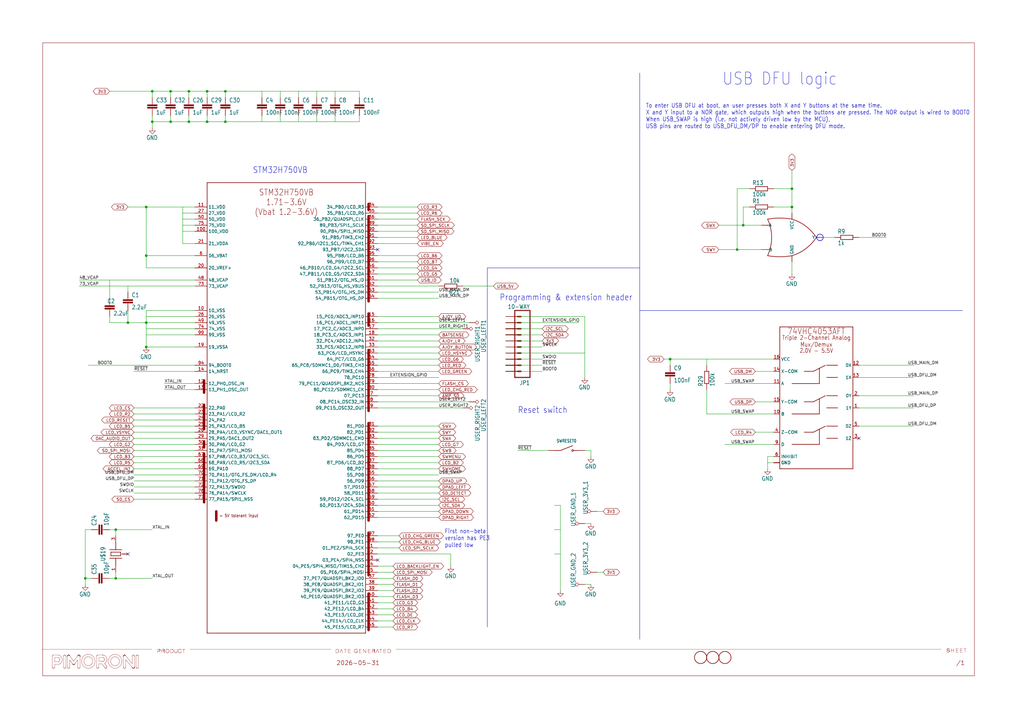
<source format=kicad_sch>
(kicad_sch (version 20230121) (generator eeschema)
  (paper "User" 426.949 302.158)
  (lib_symbols
    (symbol "32blit-eagle-import:10-WAY"
      (property "Reference" "JP" (at 0 8.89 0))
      (symbol "10-WAY_1_0"
        (pin passive line (at 10.16 -17.78 180) (length 5.08) (name "1") (number "A1"))
        (pin passive line (at 10.16 5.08 180) (length 5.08) (name "10") (number "A10"))
        (pin passive line (at 10.16 -15.24 180) (length 5.08) (name "2") (number "A2"))
        (pin passive line (at 10.16 -12.7 180) (length 5.08) (name "3") (number "A3"))
        (pin passive line (at 10.16 -10.16 180) (length 5.08) (name "4") (number "A4"))
        (pin passive line (at 10.16 -7.62 180) (length 5.08) (name "5") (number "A5"))
        (pin passive line (at 10.16 -5.08 180) (length 5.08) (name "6") (number "A6"))
        (pin passive line (at 10.16 -2.54 180) (length 5.08) (name "7") (number "A7"))
        (pin passive line (at 10.16 0 180) (length 5.08) (name "8") (number "A8"))
        (pin passive line (at 10.16 2.54 180) (length 5.08) (name "9") (number "A9"))
        (pin passive line (at 10.16 -17.78 180) (length 5.08) (name "1") (number "B1"))
        (pin passive line (at 10.16 5.08 180) (length 5.08) (name "10") (number "B10"))
        (pin passive line (at 10.16 -15.24 180) (length 5.08) (name "2") (number "B2"))
        (pin passive line (at 10.16 -12.7 180) (length 5.08) (name "3") (number "B3"))
        (pin passive line (at 10.16 -10.16 180) (length 5.08) (name "4") (number "B4"))
        (pin passive line (at 10.16 -7.62 180) (length 5.08) (name "5") (number "B5"))
        (pin passive line (at 10.16 -5.08 180) (length 5.08) (name "6") (number "B6"))
        (pin passive line (at 10.16 -2.54 180) (length 5.08) (name "7") (number "B7"))
        (pin passive line (at 10.16 0 180) (length 5.08) (name "8") (number "B8"))
        (pin passive line (at 10.16 2.54 180) (length 5.08) (name "9") (number "B9"))
      )
    )
    (symbol "32blit-eagle-import:74VHC4053AFT"
      (symbol "74VHC4053AFT_1_0"
        (text "2.0V - 5.5V" (at 0 15.24 0) (effects (font (size 1.778 1.5113)) (justify bottom)))
        (text "74VHC4053AFT" (at 0 22.86 0) (effects (font (size 2.54 2.159)) (justify bottom)))
        (text "Triple 2-Channel Analog\nMux/Demux" (at 0 17.78 0) (effects (font (size 1.778 1.5113)) (justify bottom)))
        (pin bidirectional line (at 17.78 -7.62 180) (length 2.54) (name "1Y") (number "1"))
        (pin bidirectional line (at -17.78 -10.16 0) (length 2.54) (name "B") (number "10"))
        (pin bidirectional line (at -17.78 2.54 0) (length 2.54) (name "A") (number "11"))
        (pin bidirectional line (at 17.78 10.16 180) (length 2.54) (name "0X") (number "12"))
        (pin bidirectional line (at 17.78 5.08 180) (length 2.54) (name "1X") (number "13"))
        (pin bidirectional line (at -17.78 7.62 0) (length 2.54) (name "X-COM") (number "14"))
        (pin bidirectional line (at -17.78 -5.08 0) (length 2.54) (name "Y-COM") (number "15"))
        (pin bidirectional line (at -17.78 12.7 0) (length 2.54) (name "VCC") (number "16"))
        (pin bidirectional line (at 17.78 -2.54 180) (length 2.54) (name "0Y") (number "2"))
        (pin bidirectional line (at 17.78 -20.32 180) (length 2.54) (name "1Z") (number "3"))
        (pin bidirectional line (at -17.78 -17.78 0) (length 2.54) (name "Z-COM") (number "4"))
        (pin bidirectional line (at 17.78 -15.24 180) (length 2.54) (name "0Z") (number "5"))
        (pin bidirectional line (at -17.78 -27.94 0) (length 2.54) (name "INHIBIT") (number "6"))
        (pin bidirectional line (at -17.78 -30.48 0) (length 2.54) (name "GND") (number "7"))
        (pin bidirectional line (at -17.78 -30.48 0) (length 2.54) (name "GND") (number "8"))
        (pin bidirectional line (at -17.78 -22.86 0) (length 2.54) (name "D") (number "9"))
      )
    )
    (symbol "32blit-eagle-import:C-EUC0603"
      (property "Reference" "C" (at 1.524 0.381 0))
      (symbol "C-EUC0603_1_0"
        (pin passive line (at 0 2.54 270) (length 2.54) (name "1") (number "1"))
        (pin passive line (at 0 -5.08 90) (length 2.54) (name "2") (number "2"))
      )
    )
    (symbol "32blit-eagle-import:DINA3_PIM_L"
      (symbol "DINA3_PIM_L_1_0"
        (text "${#}/${##}" (at 384.574 4.318 0) (effects (font (size 1.778 1.778)) (justify right bottom)))
        (text "${CURRENT_DATE}" (at 122.428 4.318 0) (effects (font (size 1.778 1.778)) (justify left bottom)))
        (text "${PROJECTNAME}" (at 48.006 4.318 0) (effects (font (size 1.778 1.778)) (justify left bottom)))
      )
    )
    (symbol "32blit-eagle-import:FIDUCIAL1MM")
    (symbol "32blit-eagle-import:R-EU_R0603"
      (property "Reference" "R" (at 0 1.2446 0))
      (symbol "R-EU_R0603_1_0"
        (pin passive line (at -5.08 0 0) (length 2.54) (name "1") (number "1"))
        (pin passive line (at 5.08 0 180) (length 2.54) (name "2") (number "2"))
      )
    )
    (symbol "32blit-eagle-import:SN74AHC1G02"
      (symbol "SN74AHC1G02_1_0"
        (pin bidirectional line (at -22.86 10.16 0) (length 2.54) (name "A") (number "1"))
        (pin bidirectional line (at -22.86 0 0) (length 2.54) (name "B") (number "2"))
        (pin bidirectional line (at -10.16 -5.08 90) (length 2.54) (name "GND") (number "3"))
        (pin bidirectional line (at 2.54 5.08 180) (length 2.54) (name "Y") (number "4"))
        (pin bidirectional line (at -10.16 15.24 270) (length 2.54) (name "VCC") (number "5"))
      )
    )
    (symbol "32blit-eagle-import:STM32H750VB"
      (symbol "STM32H750VB_1_0"
        (text "= 5V tolerant input" (at -27.94 -66.04 0) (effects (font (size 1.27 1.0795)) (justify left bottom)))
        (text "STM32H750VB\n1.71-3.6V\n(Vbat 1.2-3.6V)" (at 0 71.12 0) (effects (font (size 2.54 2.159)) (justify top)))
        (pin bidirectional line (at 38.1 -78.74 180) (length 5.08) (name "01_PE2/SPI4_SCK") (number "1"))
        (pin bidirectional line (at -38.1 20.32 0) (length 5.08) (name "10_VSS") (number "10"))
        (pin bidirectional line (at -38.1 53.34 0) (length 5.08) (name "100_VDD") (number "100"))
        (pin bidirectional line (at -38.1 63.5 0) (length 5.08) (name "11_VDD") (number "11"))
        (pin bidirectional line (at -38.1 -10.16 0) (length 5.08) (name "12_PH0_OSC_IN") (number "12"))
        (pin bidirectional line (at -38.1 -12.7 0) (length 5.08) (name "13_PH1_OSC_OUT") (number "13"))
        (pin bidirectional line (at -38.1 -5.08 0) (length 5.08) (name "14_NRST") (number "14"))
        (pin bidirectional line (at 38.1 17.78 180) (length 5.08) (name "15_PC0/ADC3_INP10") (number "15"))
        (pin bidirectional line (at 38.1 15.24 180) (length 5.08) (name "16_PC1/ADC1_INP11") (number "16"))
        (pin bidirectional line (at 38.1 12.7 180) (length 5.08) (name "17_PC2_C/ADC3_INP0") (number "17"))
        (pin bidirectional line (at 38.1 10.16 180) (length 5.08) (name "18_PC3_C/ADC3_INP1") (number "18"))
        (pin bidirectional line (at -38.1 5.08 0) (length 5.08) (name "19_VSSA") (number "19"))
        (pin bidirectional line (at 38.1 -81.28 180) (length 5.08) (name "02_PE3") (number "2"))
        (pin bidirectional line (at -38.1 38.1 0) (length 5.08) (name "20_VREF+") (number "20"))
        (pin bidirectional line (at -38.1 48.26 0) (length 5.08) (name "21_VDDA") (number "21"))
        (pin bidirectional line (at -38.1 -20.32 0) (length 5.08) (name "22_PA0") (number "22"))
        (pin bidirectional line (at -38.1 -22.86 0) (length 5.08) (name "23_PA1/LCD_R2") (number "23"))
        (pin bidirectional line (at -38.1 -25.4 0) (length 5.08) (name "24_PA2") (number "24"))
        (pin bidirectional line (at -38.1 -27.94 0) (length 5.08) (name "25_PA3/LCD_B5") (number "25"))
        (pin bidirectional line (at -38.1 17.78 0) (length 5.08) (name "26_VSS") (number "26"))
        (pin bidirectional line (at -38.1 60.96 0) (length 5.08) (name "27_VDD") (number "27"))
        (pin bidirectional line (at -38.1 -30.48 0) (length 5.08) (name "28_PA4/LCD_VSYNC/DAC1_OUT1") (number "28"))
        (pin bidirectional line (at -38.1 -33.02 0) (length 5.08) (name "29_PA5/DAC1_OUT2") (number "29"))
        (pin bidirectional line (at 38.1 -83.82 180) (length 5.08) (name "03_PE4/SPI4_NSS") (number "3"))
        (pin bidirectional line (at -38.1 -35.56 0) (length 5.08) (name "30_PA6/LCD_G2") (number "30"))
        (pin bidirectional line (at -38.1 -38.1 0) (length 5.08) (name "31_PA7/SPI1_MOSI") (number "31"))
        (pin bidirectional line (at 38.1 7.62 180) (length 5.08) (name "32_PC4/ADC12_INP4") (number "32"))
        (pin bidirectional line (at 38.1 5.08 180) (length 5.08) (name "33_PC5/ADC12_INP8") (number "33"))
        (pin bidirectional line (at 38.1 63.5 180) (length 5.08) (name "34_PB0/LCD_R3") (number "34"))
        (pin bidirectional line (at 38.1 60.96 180) (length 5.08) (name "35_PB1/LCD_R6") (number "35"))
        (pin bidirectional line (at 38.1 58.42 180) (length 5.08) (name "36_PB2/QUADSPI_CLK") (number "36"))
        (pin bidirectional line (at 38.1 -91.44 180) (length 5.08) (name "37_PE7/QUADSPI_BK2_IO0") (number "37"))
        (pin bidirectional line (at 38.1 -93.98 180) (length 5.08) (name "38_PE8/QUADSPI_BK2_IO1") (number "38"))
        (pin bidirectional line (at 38.1 -96.52 180) (length 5.08) (name "39_PE9/QUADSPI_BK2_IO2") (number "39"))
        (pin bidirectional line (at 38.1 -86.36 180) (length 5.08) (name "04_PE5/SPI4_MISO/TIM15_CH2") (number "4"))
        (pin bidirectional line (at 38.1 -99.06 180) (length 5.08) (name "40_PE10/QUADSPI_BK2_IO3") (number "40"))
        (pin bidirectional line (at 38.1 -101.6 180) (length 5.08) (name "41_PE11/LCD_G3") (number "41"))
        (pin bidirectional line (at 38.1 -104.14 180) (length 5.08) (name "42_PE12/LCD_B4") (number "42"))
        (pin bidirectional line (at 38.1 -106.68 180) (length 5.08) (name "43_PE13/LCD_DE") (number "43"))
        (pin bidirectional line (at 38.1 -109.22 180) (length 5.08) (name "44_PE14/LCD_CLK") (number "44"))
        (pin bidirectional line (at 38.1 -111.76 180) (length 5.08) (name "45_PE15/LCD_R7") (number "45"))
        (pin bidirectional line (at 38.1 38.1 180) (length 5.08) (name "46_PB10/LCD_G4/I2C2_SCL") (number "46"))
        (pin bidirectional line (at 38.1 35.56 180) (length 5.08) (name "47_PB11/LCD_G5/I2C2_SDA") (number "47"))
        (pin bidirectional line (at -38.1 33.02 0) (length 5.08) (name "48_VCAP") (number "48"))
        (pin bidirectional line (at -38.1 15.24 0) (length 5.08) (name "49_VSS") (number "49"))
        (pin bidirectional line (at 38.1 -88.9 180) (length 5.08) (name "05_PE6/SPI4_MOSI") (number "5"))
        (pin bidirectional line (at -38.1 58.42 0) (length 5.08) (name "50_VDD") (number "50"))
        (pin bidirectional line (at 38.1 33.02 180) (length 5.08) (name "51_PB12/OTG_HS_ID") (number "51"))
        (pin bidirectional line (at 38.1 30.48 180) (length 5.08) (name "52_PB13/OTG_HS_VBUS") (number "52"))
        (pin bidirectional line (at 38.1 27.94 180) (length 5.08) (name "53_PB14/OTG_HS_DM") (number "53"))
        (pin bidirectional line (at 38.1 25.4 180) (length 5.08) (name "54_PB15/OTG_HS_DP") (number "54"))
        (pin bidirectional line (at 38.1 -48.26 180) (length 5.08) (name "55_PD8") (number "55"))
        (pin bidirectional line (at 38.1 -50.8 180) (length 5.08) (name "56_PD9") (number "56"))
        (pin bidirectional line (at 38.1 -53.34 180) (length 5.08) (name "57_PD10") (number "57"))
        (pin bidirectional line (at 38.1 -55.88 180) (length 5.08) (name "58_PD11") (number "58"))
        (pin bidirectional line (at 38.1 -58.42 180) (length 5.08) (name "59_PD12/I2C4_SCL") (number "59"))
        (pin bidirectional line (at -38.1 43.18 0) (length 5.08) (name "06_VBAT") (number "6"))
        (pin bidirectional line (at 38.1 -60.96 180) (length 5.08) (name "60_PD13/I2C4_SDA") (number "60"))
        (pin bidirectional line (at 38.1 -63.5 180) (length 5.08) (name "61_PD14") (number "61"))
        (pin bidirectional line (at 38.1 -66.04 180) (length 5.08) (name "62_PD15") (number "62"))
        (pin bidirectional line (at 38.1 2.54 180) (length 5.08) (name "63_PC6/LCD_HSYNC") (number "63"))
        (pin bidirectional line (at 38.1 0 180) (length 5.08) (name "64_PC7/LCD_G6") (number "64"))
        (pin bidirectional line (at 38.1 -2.54 180) (length 5.08) (name "65_PC8/SDMMC1_D0/TIM3_CH3") (number "65"))
        (pin bidirectional line (at 38.1 -5.08 180) (length 5.08) (name "66_PC9/TIM3_CH4") (number "66"))
        (pin bidirectional line (at -38.1 -40.64 0) (length 5.08) (name "67_PA8/LCD_B3/I2C3_SCL") (number "67"))
        (pin bidirectional line (at -38.1 -43.18 0) (length 5.08) (name "68_PA9/LCD_R5/I2C3_SDA") (number "68"))
        (pin bidirectional line (at -38.1 -45.72 0) (length 5.08) (name "69_PA10") (number "69"))
        (pin bidirectional line (at 38.1 -15.24 180) (length 5.08) (name "07_PC13") (number "7"))
        (pin bidirectional line (at -38.1 -48.26 0) (length 5.08) (name "70_PA11/OTG_FS_DM/LCD_R4") (number "70"))
        (pin bidirectional line (at -38.1 -50.8 0) (length 5.08) (name "71_PA12/OTG_FS_DP") (number "71"))
        (pin bidirectional line (at -38.1 -53.34 0) (length 5.08) (name "72_PA13/SWDIO") (number "72"))
        (pin bidirectional line (at -38.1 30.48 0) (length 5.08) (name "73_VCAP") (number "73"))
        (pin bidirectional line (at -38.1 12.7 0) (length 5.08) (name "74_VSS") (number "74"))
        (pin bidirectional line (at -38.1 55.88 0) (length 5.08) (name "75_VDD") (number "75"))
        (pin bidirectional line (at -38.1 -55.88 0) (length 5.08) (name "76_PA14/SWCLK") (number "76"))
        (pin bidirectional line (at -38.1 -58.42 0) (length 5.08) (name "77_PA15/SPI1_NSS") (number "77"))
        (pin bidirectional line (at 38.1 -7.62 180) (length 5.08) (name "78_PC10") (number "78"))
        (pin bidirectional line (at 38.1 -10.16 180) (length 5.08) (name "79_PC11/QUADSPI_BK2_NCS") (number "79"))
        (pin bidirectional line (at 38.1 -17.78 180) (length 5.08) (name "08_PC14_OSC32_IN") (number "8"))
        (pin bidirectional line (at 38.1 -12.7 180) (length 5.08) (name "80_PC12/SDMMC1_CK") (number "80"))
        (pin bidirectional line (at 38.1 -27.94 180) (length 5.08) (name "81_PD0") (number "81"))
        (pin bidirectional line (at 38.1 -30.48 180) (length 5.08) (name "82_PD1") (number "82"))
        (pin bidirectional line (at 38.1 -33.02 180) (length 5.08) (name "83_PD2/SDMMC1_CMD") (number "83"))
        (pin bidirectional line (at 38.1 -35.56 180) (length 5.08) (name "84_PD3/LCD_G7") (number "84"))
        (pin bidirectional line (at 38.1 -38.1 180) (length 5.08) (name "85_PD4") (number "85"))
        (pin bidirectional line (at 38.1 -40.64 180) (length 5.08) (name "86_PD5") (number "86"))
        (pin bidirectional line (at 38.1 -43.18 180) (length 5.08) (name "87_PD6/LCD_B2") (number "87"))
        (pin bidirectional line (at 38.1 -45.72 180) (length 5.08) (name "88_PD7") (number "88"))
        (pin bidirectional line (at 38.1 55.88 180) (length 5.08) (name "89_PB3/SPI1_SCLK") (number "89"))
        (pin bidirectional line (at 38.1 -20.32 180) (length 5.08) (name "09_PC15_OSC32_OUT") (number "9"))
        (pin bidirectional line (at 38.1 53.34 180) (length 5.08) (name "90_PB4/SPI1_MISO") (number "90"))
        (pin bidirectional line (at 38.1 50.8 180) (length 5.08) (name "91_PB5/TIM3_CH2") (number "91"))
        (pin bidirectional line (at 38.1 48.26 180) (length 5.08) (name "92_PB6/I2C1_SCL/TIM4_CH1") (number "92"))
        (pin bidirectional line (at 38.1 45.72 180) (length 5.08) (name "93_PB7/I2C2_SDA") (number "93"))
        (pin bidirectional line (at -38.1 -2.54 0) (length 5.08) (name "94_BOOT0") (number "94"))
        (pin bidirectional line (at 38.1 43.18 180) (length 5.08) (name "95_PB8/LCD_B6") (number "95"))
        (pin bidirectional line (at 38.1 40.64 180) (length 5.08) (name "96_PB9/LCD_B7") (number "96"))
        (pin bidirectional line (at 38.1 -73.66 180) (length 5.08) (name "97_PE0") (number "97"))
        (pin bidirectional line (at 38.1 -76.2 180) (length 5.08) (name "98_PE1") (number "98"))
        (pin bidirectional line (at -38.1 10.16 0) (length 5.08) (name "99_VSS") (number "99"))
      )
    )
    (symbol "32blit-eagle-import:TACT_SWITCHLOWPROFILE"
      (property "Reference" "SW" (at 0 3.302 0))
      (symbol "TACT_SWITCHLOWPROFILE_1_0"
        (pin bidirectional line (at -7.62 0 0) (length 2.54) (name "1") (number "1"))
        (pin bidirectional line (at -7.62 0 0) (length 2.54) (name "1") (number "2"))
        (pin bidirectional line (at 7.62 0 180) (length 2.54) (name "2") (number "3"))
        (pin bidirectional line (at 7.62 0 180) (length 2.54) (name "2") (number "4"))
      )
    )
    (symbol "32blit-eagle-import:TSX-3225"
      (property "Reference" "Y" (at 0 4.318 0))
      (symbol "TSX-3225_1_0"
        (pin bidirectional line (at -7.62 0 0) (length 2.54) (name "1") (number "1"))
        (pin bidirectional line (at 0 -5.08 90) (length 2.54) (name "GND") (number "2"))
        (pin bidirectional line (at 7.62 0 180) (length 2.54) (name "2") (number "3"))
        (pin bidirectional line (at 0 -5.08 90) (length 2.54) (name "GND") (number "4"))
      )
    )
    (symbol "32blit-eagle-import:rcl_C-EUC0402K"
      (property "Reference" "C" (at 1.524 0.381 0))
      (symbol "rcl_C-EUC0402K_1_0"
        (pin passive line (at 0 2.54 270) (length 2.54) (name "1") (number "1"))
        (pin passive line (at 0 -5.08 90) (length 2.54) (name "2") (number "2"))
      )
    )
    (symbol "32blit-eagle-import:rcl_C-EUC0603K"
      (property "Reference" "C" (at 1.524 0.381 0))
      (symbol "rcl_C-EUC0603K_1_0"
        (pin passive line (at 0 2.54 270) (length 2.54) (name "1") (number "1"))
        (pin passive line (at 0 -5.08 90) (length 2.54) (name "2") (number "2"))
      )
    )
    (symbol "Connector:TestPoint_Alt" (pin_numbers hide) (pin_names (offset 0.762) hide)
      (property "Reference" "TP" (at 0 6.858 0))
      (property "Value" "TestPoint_Alt" (at 0 5.08 0))
      (symbol "TestPoint_Alt_1_1"
        (pin passive line (at 0 0 90) (length 2.54) (name "1") (number "1"))
      )
    )
    (symbol "power:GND" (power) (pin_names (offset 0))
      (property "Value" "GND" (at 0 -3.81 0))
      (symbol "GND_1_1"
        (pin power_in line (at 0 0 270) (length 0) hide (name "GND") (number "1"))
      )
    )
  )
  (junction (at 71.12 38.1))
  (junction (at 93.98 50.8))
  (junction (at 86.36 50.8))
  (junction (at 86.36 38.1))
  (junction (at 309.88 93.98))
  (junction (at 60.96 86.36))
  (junction (at 63.5 38.1))
  (junction (at 35.56 241.3))
  (junction (at 330.2 86.36))
  (junction (at 78.74 38.1))
  (junction (at 71.12 50.8))
  (junction (at 63.5 50.8))
  (junction (at 78.74 50.8))
  (junction (at 53.34 134.62))
  (junction (at 279.4 149.86))
  (junction (at 48.26 241.3))
  (junction (at 60.96 134.62))
  (junction (at 307.34 104.14))
  (junction (at 60.96 106.68))
  (junction (at 60.96 144.78))
  (junction (at 330.2 78.74))
  (junction (at 93.98 38.1))
  (junction (at 48.26 220.98))
  (no_connect (at 157.48 104.14))
  (no_connect (at 157.48 233.68))
  (no_connect (at 358.14 182.88))
  (no_connect (at 53.34 231.14))
  (wire (pts (xy 307.34 78.74) (xy 307.34 104.14)) (stroke (width 0.1524)))
  (wire (pts (xy 193.04 119.38) (xy 205.74 119.38)))
  (wire (pts (xy 320.04 195.58) (xy 320.04 193.04)) (stroke (width 0.1524)))
  (wire (pts (xy 358.14 177.8) (xy 381 177.8)) (stroke (width 0.1524)))
  (wire (pts (xy 86.36 40.64) (xy 86.36 38.1)) (stroke (width 0.1524)))
  (wire (pts (xy 246.38 187.96) (xy 246.38 190.5)) (stroke (width 0.1524)))
  (wire (pts (xy 157.48 111.76) (xy 173.99 111.76)) (stroke (width 0.1524)))
  (wire (pts (xy 81.28 101.6) (xy 76.2 101.6)) (stroke (width 0.1524)))
  (wire (pts (xy 48.26 223.52) (xy 48.26 220.98)) (stroke (width 0.1524)))
  (polyline (pts (xy 266.7 266.7) (xy 266.7 129.54)) (stroke (width 0.1524) (type solid)))
  (wire (pts (xy 294.64 149.86) (xy 279.4 149.86)) (stroke (width 0.1524)))
  (wire (pts (xy 210.82 142.24) (xy 226.06 142.24)))
  (wire (pts (xy 81.28 172.72) (xy 55.88 172.72)) (stroke (width 0.1524)))
  (wire (pts (xy 317.5 93.98) (xy 309.88 93.98)) (stroke (width 0.1524)))
  (wire (pts (xy 157.48 213.36) (xy 182.88 213.36)) (stroke (width 0.1524)))
  (wire (pts (xy 48.26 241.3) (xy 63.5 241.3)) (stroke (width 0.1524)))
  (wire (pts (xy 81.28 137.16) (xy 60.96 137.16)) (stroke (width 0.1524)))
  (wire (pts (xy 60.96 111.76) (xy 60.96 106.68)) (stroke (width 0.1524)))
  (wire (pts (xy 86.36 50.8) (xy 78.74 50.8)) (stroke (width 0.1524)))
  (polyline (pts (xy 266.7 129.54) (xy 266.7 30.48)) (stroke (width 0.1524) (type solid)))
  (wire (pts (xy 157.48 228.6) (xy 166.37 228.6)) (stroke (width 0.1524)))
  (wire (pts (xy 231.14 231.14) (xy 233.68 231.14)) (stroke (width 0.1524)))
  (wire (pts (xy 124.46 48.26) (xy 124.46 50.8)) (stroke (width 0.1524)))
  (wire (pts (xy 157.48 198.12) (xy 182.88 198.12)) (stroke (width 0.1524)))
  (wire (pts (xy 53.34 119.38) (xy 53.34 121.92)) (stroke (width 0.1524)))
  (wire (pts (xy 60.96 106.68) (xy 60.96 86.36)) (stroke (width 0.1524)))
  (wire (pts (xy 157.48 170.18) (xy 193.04 170.18)) (stroke (width 0.1524)))
  (wire (pts (xy 116.84 40.64) (xy 116.84 38.1)) (stroke (width 0.1524)))
  (wire (pts (xy 81.28 195.58) (xy 55.88 195.58)) (stroke (width 0.1524)))
  (wire (pts (xy 358.14 165.1) (xy 381 165.1)) (stroke (width 0.1524)))
  (wire (pts (xy 342.9 99.06) (xy 347.98 99.06)) (stroke (width 0.1524)))
  (wire (pts (xy 279.4 152.4) (xy 279.4 149.86)) (stroke (width 0.1524)))
  (wire (pts (xy 71.12 38.1) (xy 63.5 38.1)) (stroke (width 0.1524)))
  (wire (pts (xy 309.88 93.98) (xy 299.72 93.98)) (stroke (width 0.1524)))
  (wire (pts (xy 132.08 38.1) (xy 124.46 38.1)) (stroke (width 0.1524)))
  (wire (pts (xy 233.68 210.82) (xy 233.68 220.98)) (stroke (width 0.1524)))
  (wire (pts (xy 243.84 147.32) (xy 243.84 157.48)) (stroke (width 0.1524)))
  (wire (pts (xy 157.48 205.74) (xy 182.88 205.74)) (stroke (width 0.1524)))
  (wire (pts (xy 157.48 195.58) (xy 182.88 195.58)) (stroke (width 0.1524)))
  (wire (pts (xy 243.84 132.08) (xy 243.84 147.32)) (stroke (width 0.1524)))
  (wire (pts (xy 71.12 50.8) (xy 63.5 50.8)) (stroke (width 0.1524)))
  (wire (pts (xy 157.48 165.1) (xy 182.88 165.1)) (stroke (width 0.1524)))
  (wire (pts (xy 358.14 170.18) (xy 381 170.18)) (stroke (width 0.1524)))
  (polyline (pts (xy 266.7 129.54) (xy 401.32 129.54)) (stroke (width 0.1524) (type solid)))
  (wire (pts (xy 60.96 86.36) (xy 53.34 86.36)) (stroke (width 0.1524)))
  (wire (pts (xy 231.14 210.82) (xy 233.68 210.82)) (stroke (width 0.1524)))
  (wire (pts (xy 81.28 154.94) (xy 55.88 154.94)) (stroke (width 0.1524)))
  (wire (pts (xy 157.48 137.16) (xy 193.04 137.16)) (stroke (width 0.1524)))
  (wire (pts (xy 157.48 114.3) (xy 173.99 114.3)) (stroke (width 0.1524)))
  (wire (pts (xy 81.28 185.42) (xy 55.88 185.42)) (stroke (width 0.1524)))
  (wire (pts (xy 81.28 86.36) (xy 76.2 86.36)) (stroke (width 0.1524)))
  (wire (pts (xy 48.26 238.76) (xy 48.26 241.3)) (stroke (width 0.1524)))
  (wire (pts (xy 109.22 38.1) (xy 93.98 38.1)) (stroke (width 0.1524)))
  (wire (pts (xy 157.48 185.42) (xy 182.88 185.42)) (stroke (width 0.1524)))
  (wire (pts (xy 60.96 132.08) (xy 81.28 132.08)) (stroke (width 0.1524)))
  (wire (pts (xy 243.84 243.84) (xy 246.38 243.84)) (stroke (width 0.1524)))
  (wire (pts (xy 109.22 50.8) (xy 93.98 50.8)) (stroke (width 0.1524)))
  (wire (pts (xy 157.48 157.48) (xy 182.88 157.48)) (stroke (width 0.1524)))
  (wire (pts (xy 157.48 121.92) (xy 182.88 121.92)) (stroke (width 0.1524)))
  (wire (pts (xy 93.98 40.64) (xy 93.98 38.1)) (stroke (width 0.1524)))
  (wire (pts (xy 314.96 180.34) (xy 322.58 180.34)) (stroke (width 0.1524)))
  (wire (pts (xy 81.28 205.74) (xy 55.88 205.74)) (stroke (width 0.1524)))
  (wire (pts (xy 157.48 226.06) (xy 166.37 226.06)) (stroke (width 0.1524)))
  (wire (pts (xy 76.2 88.9) (xy 76.2 86.36)) (stroke (width 0.1524)))
  (wire (pts (xy 330.2 86.36) (xy 330.2 78.74)) (stroke (width 0.1524)))
  (wire (pts (xy 314.96 167.64) (xy 322.58 167.64)) (stroke (width 0.1524)))
  (wire (pts (xy 76.2 101.6) (xy 76.2 96.52)) (stroke (width 0.1524)))
  (wire (pts (xy 157.48 246.38) (xy 163.83 246.38)) (stroke (width 0.1524)))
  (wire (pts (xy 157.48 223.52) (xy 166.37 223.52)) (stroke (width 0.1524)))
  (wire (pts (xy 157.48 152.4) (xy 182.88 152.4)) (stroke (width 0.1524)))
  (wire (pts (xy 358.14 99.06) (xy 369.57 99.06)) (stroke (width 0.1524)))
  (wire (pts (xy 81.28 198.12) (xy 55.88 198.12)) (stroke (width 0.1524)))
  (wire (pts (xy 157.48 124.46) (xy 182.88 124.46)) (stroke (width 0.1524)))
  (wire (pts (xy 233.68 220.98) (xy 233.68 231.14)) (stroke (width 0.1524)))
  (wire (pts (xy 157.48 99.06) (xy 173.99 99.06)) (stroke (width 0.1524)))
  (wire (pts (xy 279.4 162.56) (xy 279.4 160.02)) (stroke (width 0.1524)))
  (wire (pts (xy 109.22 40.64) (xy 109.22 38.1)) (stroke (width 0.1524)))
  (wire (pts (xy 35.56 241.3) (xy 35.56 220.98)) (stroke (width 0.1524)))
  (wire (pts (xy 358.14 152.4) (xy 381 152.4)) (stroke (width 0.1524)))
  (wire (pts (xy 76.2 93.98) (xy 76.2 91.44)) (stroke (width 0.1524)))
  (wire (pts (xy 63.5 48.26) (xy 63.5 50.8)) (stroke (width 0.1524)))
  (wire (pts (xy 157.48 147.32) (xy 182.88 147.32)) (stroke (width 0.1524)))
  (wire (pts (xy 294.64 172.72) (xy 294.64 162.56)) (stroke (width 0.1524)))
  (wire (pts (xy 45.72 132.08) (xy 45.72 134.62)) (stroke (width 0.1524)))
  (wire (pts (xy 60.96 129.54) (xy 81.28 129.54)) (stroke (width 0.1524)))
  (wire (pts (xy 132.08 40.64) (xy 132.08 38.1)) (stroke (width 0.1524)))
  (wire (pts (xy 157.48 119.38) (xy 182.88 119.38)) (stroke (width 0.1524)))
  (wire (pts (xy 322.58 160.02) (xy 302.26 160.02)) (stroke (width 0.1524)))
  (wire (pts (xy 81.28 170.18) (xy 55.88 170.18)) (stroke (width 0.1524)))
  (wire (pts (xy 60.96 132.08) (xy 60.96 134.62)) (stroke (width 0.1524)))
  (wire (pts (xy 81.28 139.7) (xy 60.96 139.7)) (stroke (width 0.1524)))
  (wire (pts (xy 60.96 129.54) (xy 60.96 132.08)) (stroke (width 0.1524)))
  (wire (pts (xy 210.82 139.7) (xy 226.06 139.7)))
  (wire (pts (xy 233.68 231.14) (xy 233.68 246.38)) (stroke (width 0.1524)))
  (wire (pts (xy 71.12 48.26) (xy 71.12 50.8)) (stroke (width 0.1524)))
  (wire (pts (xy 76.2 96.52) (xy 76.2 93.98)) (stroke (width 0.1524)))
  (wire (pts (xy 45.72 134.62) (xy 53.34 134.62)) (stroke (width 0.1524)))
  (wire (pts (xy 157.48 254) (xy 163.83 254)) (stroke (width 0.1524)))
  (wire (pts (xy 48.26 220.98) (xy 63.5 220.98)) (stroke (width 0.1524)))
  (wire (pts (xy 81.28 190.5) (xy 55.88 190.5)) (stroke (width 0.1524)))
  (wire (pts (xy 81.28 111.76) (xy 60.96 111.76)) (stroke (width 0.1524)))
  (wire (pts (xy 157.48 88.9) (xy 173.99 88.9)) (stroke (width 0.1524)))
  (wire (pts (xy 276.86 149.86) (xy 279.4 149.86)))
  (wire (pts (xy 231.14 220.98) (xy 233.68 220.98)) (stroke (width 0.1524)))
  (wire (pts (xy 86.36 48.26) (xy 86.36 50.8)) (stroke (width 0.1524)))
  (wire (pts (xy 81.28 88.9) (xy 76.2 88.9)) (stroke (width 0.1524)))
  (wire (pts (xy 81.28 203.2) (xy 55.88 203.2)) (stroke (width 0.1524)))
  (wire (pts (xy 81.28 187.96) (xy 55.88 187.96)) (stroke (width 0.1524)))
  (wire (pts (xy 157.48 167.64) (xy 195.58 167.64)) (stroke (width 0.1524)))
  (wire (pts (xy 312.42 78.74) (xy 307.34 78.74)) (stroke (width 0.1524)))
  (wire (pts (xy 139.7 38.1) (xy 132.08 38.1)) (stroke (width 0.1524)))
  (wire (pts (xy 309.88 86.36) (xy 309.88 93.98)) (stroke (width 0.1524)))
  (wire (pts (xy 63.5 50.8) (xy 63.5 53.34)) (stroke (width 0.1524)))
  (wire (pts (xy 157.48 132.08) (xy 182.88 132.08)) (stroke (width 0.1524)))
  (wire (pts (xy 81.28 193.04) (xy 55.88 193.04)) (stroke (width 0.1524)))
  (wire (pts (xy 322.58 86.36) (xy 330.2 86.36)) (stroke (width 0.1524)))
  (wire (pts (xy 78.74 38.1) (xy 71.12 38.1)) (stroke (width 0.1524)))
  (wire (pts (xy 314.96 154.94) (xy 322.58 154.94)) (stroke (width 0.1524)))
  (wire (pts (xy 35.56 220.98) (xy 38.1 220.98)) (stroke (width 0.1524)))
  (wire (pts (xy 157.48 177.8) (xy 182.88 177.8)) (stroke (width 0.1524)))
  (wire (pts (xy 76.2 86.36) (xy 60.96 86.36)) (stroke (width 0.1524)))
  (wire (pts (xy 157.48 203.2) (xy 182.88 203.2)) (stroke (width 0.1524)))
  (wire (pts (xy 157.48 180.34) (xy 182.88 180.34)) (stroke (width 0.1524)))
  (wire (pts (xy 330.2 109.22) (xy 330.2 114.3)) (stroke (width 0.1524)))
  (wire (pts (xy 243.84 147.32) (xy 210.82 147.32)) (stroke (width 0.1524)))
  (wire (pts (xy 81.28 96.52) (xy 76.2 96.52)) (stroke (width 0.1524)))
  (wire (pts (xy 157.48 200.66) (xy 182.88 200.66)) (stroke (width 0.1524)))
  (wire (pts (xy 157.48 144.78) (xy 182.88 144.78)) (stroke (width 0.1524)))
  (wire (pts (xy 81.28 134.62) (xy 60.96 134.62)) (stroke (width 0.1524)))
  (wire (pts (xy 81.28 93.98) (xy 76.2 93.98)) (stroke (width 0.1524)))
  (wire (pts (xy 86.36 38.1) (xy 78.74 38.1)) (stroke (width 0.1524)))
  (wire (pts (xy 157.48 101.6) (xy 173.99 101.6)) (stroke (width 0.1524)))
  (wire (pts (xy 157.48 248.92) (xy 163.83 248.92)) (stroke (width 0.1524)))
  (wire (pts (xy 157.48 259.08) (xy 163.83 259.08)) (stroke (width 0.1524)))
  (wire (pts (xy 63.5 40.64) (xy 63.5 38.1)) (stroke (width 0.1524)))
  (wire (pts (xy 71.12 40.64) (xy 71.12 38.1)) (stroke (width 0.1524)))
  (wire (pts (xy 53.34 129.54) (xy 53.34 134.62)) (stroke (width 0.1524)))
  (wire (pts (xy 157.48 261.62) (xy 163.83 261.62)) (stroke (width 0.1524)))
  (wire (pts (xy 210.82 132.08) (xy 243.84 132.08)) (stroke (width 0.1524)))
  (wire (pts (xy 294.64 149.86) (xy 322.58 149.86)) (stroke (width 0.1524)))
  (wire (pts (xy 157.48 139.7) (xy 182.88 139.7)) (stroke (width 0.1524)))
  (wire (pts (xy 149.86 38.1) (xy 149.86 40.64)) (stroke (width 0.1524)))
  (wire (pts (xy 60.96 139.7) (xy 60.96 144.78)) (stroke (width 0.1524)))
  (wire (pts (xy 157.48 208.28) (xy 182.88 208.28)) (stroke (width 0.1524)))
  (wire (pts (xy 322.58 78.74) (xy 330.2 78.74)) (stroke (width 0.1524)))
  (wire (pts (xy 210.82 152.4) (xy 226.06 152.4)))
  (wire (pts (xy 53.34 119.38) (xy 81.28 119.38)) (stroke (width 0.1524)))
  (wire (pts (xy 157.48 251.46) (xy 163.83 251.46)) (stroke (width 0.1524)))
  (wire (pts (xy 210.82 149.86) (xy 226.06 149.86)))
  (wire (pts (xy 157.48 215.9) (xy 182.88 215.9)) (stroke (width 0.1524)))
  (wire (pts (xy 81.28 91.44) (xy 76.2 91.44)) (stroke (width 0.1524)))
  (wire (pts (xy 157.48 116.84) (xy 173.99 116.84)) (stroke (width 0.1524)))
  (wire (pts (xy 157.48 236.22) (xy 163.83 236.22)) (stroke (width 0.1524)))
  (wire (pts (xy 53.34 134.62) (xy 60.96 134.62)) (stroke (width 0.1524)))
  (wire (pts (xy 81.28 175.26) (xy 55.88 175.26)) (stroke (width 0.1524)))
  (wire (pts (xy 157.48 154.94) (xy 182.88 154.94)) (stroke (width 0.1524)))
  (wire (pts (xy 294.64 172.72) (xy 322.58 172.72)) (stroke (width 0.1524)))
  (wire (pts (xy 139.7 50.8) (xy 132.08 50.8)) (stroke (width 0.1524)))
  (wire (pts (xy 48.26 241.3) (xy 45.72 241.3)) (stroke (width 0.1524)))
  (wire (pts (xy 157.48 193.04) (xy 182.88 193.04)) (stroke (width 0.1524)))
  (wire (pts (xy 35.56 241.3) (xy 35.56 243.84)) (stroke (width 0.1524)))
  (wire (pts (xy 36.83 152.4) (xy 81.28 152.4)) (stroke (width 0.1524)))
  (wire (pts (xy 139.7 40.64) (xy 139.7 38.1)) (stroke (width 0.1524)))
  (wire (pts (xy 76.2 91.44) (xy 76.2 88.9)) (stroke (width 0.1524)))
  (wire (pts (xy 149.86 50.8) (xy 149.86 48.26)) (stroke (width 0.1524)))
  (wire (pts (xy 45.72 116.84) (xy 33.02 116.84)) (stroke (width 0.1524)))
  (wire (pts (xy 60.96 134.62) (xy 60.96 137.16)) (stroke (width 0.1524)))
  (wire (pts (xy 116.84 38.1) (xy 109.22 38.1)) (stroke (width 0.1524)))
  (polyline (pts (xy 203.2 111.76) (xy 266.7 111.76)) (stroke (width 0.1524) (type solid)))
  (wire (pts (xy 63.5 38.1) (xy 45.72 38.1)) (stroke (width 0.1524)))
  (wire (pts (xy 157.48 241.3) (xy 163.83 241.3)) (stroke (width 0.1524)))
  (wire (pts (xy 228.6 187.96) (xy 215.9 187.96)) (stroke (width 0.1524)))
  (wire (pts (xy 109.22 48.26) (xy 109.22 50.8)) (stroke (width 0.1524)))
  (polyline (pts (xy 203.2 261.62) (xy 203.2 111.76)) (stroke (width 0.1524) (type solid)))
  (wire (pts (xy 243.84 187.96) (xy 246.38 187.96)) (stroke (width 0.1524)))
  (wire (pts (xy 53.34 119.38) (xy 33.02 119.38)) (stroke (width 0.1524)))
  (wire (pts (xy 93.98 38.1) (xy 86.36 38.1)) (stroke (width 0.1524)))
  (wire (pts (xy 210.82 154.94) (xy 226.06 154.94)))
  (wire (pts (xy 320.04 190.5) (xy 322.58 190.5)) (stroke (width 0.1524)))
  (wire (pts (xy 157.48 182.88) (xy 182.88 182.88)) (stroke (width 0.1524)))
  (wire (pts (xy 81.28 182.88) (xy 55.88 182.88)) (stroke (width 0.1524)))
  (wire (pts (xy 124.46 40.64) (xy 124.46 38.1)) (stroke (width 0.1524)))
  (wire (pts (xy 248.92 213.36) (xy 251.46 213.36)) (stroke (width 0.1524)))
  (wire (pts (xy 187.96 231.14) (xy 187.96 236.22)) (stroke (width 0.1524)))
  (wire (pts (xy 157.48 109.22) (xy 173.99 109.22)) (stroke (width 0.1524)))
  (wire (pts (xy 124.46 50.8) (xy 116.84 50.8)) (stroke (width 0.1524)))
  (wire (pts (xy 157.48 210.82) (xy 182.88 210.82)) (stroke (width 0.1524)))
  (wire (pts (xy 312.42 86.36) (xy 309.88 86.36)) (stroke (width 0.1524)))
  (wire (pts (xy 330.2 78.74) (xy 330.2 71.12)) (stroke (width 0.1524)))
  (wire (pts (xy 81.28 160.02) (xy 68.58 160.02)) (stroke (width 0.1524)))
  (wire (pts (xy 157.48 187.96) (xy 182.88 187.96)) (stroke (width 0.1524)))
  (wire (pts (xy 93.98 48.26) (xy 93.98 50.8)) (stroke (width 0.1524)))
  (wire (pts (xy 157.48 91.44) (xy 173.99 91.44)) (stroke (width 0.1524)))
  (wire (pts (xy 60.96 137.16) (xy 60.96 139.7)) (stroke (width 0.1524)))
  (wire (pts (xy 132.08 50.8) (xy 124.46 50.8)) (stroke (width 0.1524)))
  (wire (pts (xy 157.48 93.98) (xy 173.99 93.98)) (stroke (width 0.1524)))
  (wire (pts (xy 124.46 38.1) (xy 116.84 38.1)) (stroke (width 0.1524)))
  (wire (pts (xy 307.34 104.14) (xy 299.72 104.14)) (stroke (width 0.1524)))
  (wire (pts (xy 322.58 193.04) (xy 320.04 193.04)) (stroke (width 0.1524)))
  (wire (pts (xy 157.48 96.52) (xy 173.99 96.52)) (stroke (width 0.1524)))
  (wire (pts (xy 157.48 162.56) (xy 182.88 162.56)) (stroke (width 0.1524)))
  (wire (pts (xy 157.48 231.14) (xy 187.96 231.14)) (stroke (width 0.1524)))
  (wire (pts (xy 157.48 256.54) (xy 163.83 256.54)) (stroke (width 0.1524)))
  (wire (pts (xy 157.48 86.36) (xy 173.99 86.36)) (stroke (width 0.1524)))
  (wire (pts (xy 248.92 238.76) (xy 251.46 238.76)) (stroke (width 0.1524)))
  (wire (pts (xy 157.48 160.02) (xy 182.88 160.02)) (stroke (width 0.1524)))
  (wire (pts (xy 210.82 134.62) (xy 241.3 134.62)) (stroke (width 0.1524)))
  (wire (pts (xy 81.28 177.8) (xy 55.88 177.8)) (stroke (width 0.1524)))
  (wire (pts (xy 157.48 243.84) (xy 163.83 243.84)) (stroke (width 0.1524)))
  (wire (pts (xy 330.2 88.9) (xy 330.2 86.36)) (stroke (width 0.1524)))
  (wire (pts (xy 139.7 38.1) (xy 149.86 38.1)) (stroke (width 0.1524)))
  (wire (pts (xy 139.7 50.8) (xy 149.86 50.8)) (stroke (width 0.1524)))
  (wire (pts (xy 157.48 142.24) (xy 182.88 142.24)) (stroke (width 0.1524)))
  (wire (pts (xy 358.14 157.48) (xy 381 157.48)) (stroke (width 0.1524)))
  (wire (pts (xy 38.1 241.3) (xy 35.56 241.3)) (stroke (width 0.1524)))
  (wire (pts (xy 157.48 149.86) (xy 182.88 149.86)) (stroke (width 0.1524)))
  (wire (pts (xy 116.84 50.8) (xy 109.22 50.8)) (stroke (width 0.1524)))
  (wire (pts (xy 210.82 144.78) (xy 226.06 144.78)))
  (wire (pts (xy 45.72 116.84) (xy 81.28 116.84)) (stroke (width 0.1524)))
  (wire (pts (xy 78.74 40.64) (xy 78.74 38.1)) (stroke (width 0.1524)))
  (wire (pts (xy 81.28 200.66) (xy 55.88 200.66)) (stroke (width 0.1524)))
  (wire (pts (xy 139.7 48.26) (xy 139.7 50.8)) (stroke (width 0.1524)))
  (wire (pts (xy 210.82 137.16) (xy 226.06 137.16)))
  (wire (pts (xy 294.64 152.4) (xy 294.64 149.86)) (stroke (width 0.1524)))
  (wire (pts (xy 81.28 180.34) (xy 55.88 180.34)) (stroke (width 0.1524)))
  (wire (pts (xy 81.28 208.28) (xy 55.88 208.28)) (stroke (width 0.1524)))
  (wire (pts (xy 48.26 220.98) (xy 45.72 220.98)) (stroke (width 0.1524)))
  (wire (pts (xy 317.5 104.14) (xy 307.34 104.14)) (stroke (width 0.1524)))
  (wire (pts (xy 243.84 218.44) (xy 246.38 218.44)) (stroke (width 0.1524)))
  (wire (pts (xy 116.84 48.26) (xy 116.84 50.8)) (stroke (width 0.1524)))
  (wire (pts (xy 45.72 116.84) (xy 45.72 124.46)) (stroke (width 0.1524)))
  (wire (pts (xy 81.28 162.56) (xy 68.58 162.56)) (stroke (width 0.1524)))
  (wire (pts (xy 78.74 48.26) (xy 78.74 50.8)) (stroke (width 0.1524)))
  (wire (pts (xy 93.98 50.8) (xy 86.36 50.8)) (stroke (width 0.1524)))
  (wire (pts (xy 320.04 193.04) (xy 320.04 190.5)) (stroke (width 0.1524)))
  (wire (pts (xy 60.96 144.78) (xy 81.28 144.78)) (stroke (width 0.1524)))
  (wire (pts (xy 322.58 185.42) (xy 302.26 185.42)) (stroke (width 0.1524)))
  (wire (pts (xy 157.48 106.68) (xy 173.99 106.68)) (stroke (width 0.1524)))
  (wire (pts (xy 157.48 190.5) (xy 182.88 190.5)) (stroke (width 0.1524)))
  (wire (pts (xy 60.96 106.68) (xy 81.28 106.68)) (stroke (width 0.1524)))
  (wire (pts (xy 157.48 238.76) (xy 163.83 238.76)) (stroke (width 0.1524)))
  (wire (pts (xy 132.08 48.26) (xy 132.08 50.8)) (stroke (width 0.1524)))
  (wire (pts (xy 78.74 50.8) (xy 71.12 50.8)) (stroke (width 0.1524)))
  (wire (pts (xy 195.58 134.62) (xy 157.48 134.62)) (stroke (width 0.1524)))
  (circle (center 341.884 99.06) (radius 1.3678) (stroke (width 0.2286)))
  (text "First non-beta\nversion has PE3\npulled low" (at 185.42 228.6 0) (effects (font (size 1.778 1.5113)) (justify left bottom)))
  (text "STM32H750VB" (at 116.84 71.12 0) (effects (font (size 2.54 2.159))))
  (text "Programming & extension header" (at 208.28 125.73 0) (effects (font (size 2.54 2.159)) (justify left bottom)))
  (text "Reset switch" (at 215.9 172.72 0) (effects (font (size 2.54 2.159)) (justify left bottom)))
  (text "To enter USB DFU at boot, an user presses both X and Y buttons at the same time.\nX and Y input to a NOR gate, which outputs high when the buttons are pressed. The NOR output is wired to BOOT0\nWhen USB_SWAP is high (i.e. not actively driven low by the MCU),\nUSB pins are routed to USB_DFU_DM/DP to enable entering DFU mode." (at 269.24 43.18 0) (effects (font (size 1.778 1.5113)) (justify left top)))
  (text "USB DFU logic" (at 325.12 33.02 0) (effects (font (size 5.08 4.318))))
  (label "USER_LEFT1" (at 182.88 134.62 0) (effects (font (size 1.2446 1.2446))))
  (label "~{RESET}" (at 226.06 152.4 0) (effects (font (size 1.2446 1.2446))))
  (label "USB_SWAP" (at 304.8 185.42 0) (effects (font (size 1.2446 1.2446))))
  (label "USER_RIGHT1" (at 182.88 137.16 0) (effects (font (size 1.2446 1.2446))))
  (label "USER_RIGHT2" (at 182.88 170.18 0) (effects (font (size 1.2446 1.2446))))
  (label "~{RESET}" (at 215.9 187.96 0) (effects (font (size 1.2446 1.2446))))
  (label "SWCLK" (at 226.06 144.78 0) (effects (font (size 1.2446 1.2446))))
  (label "USB_MAIN_DP" (at 378.46 165.1 0) (effects (font (size 1.2446 1.2446))))
  (label "SWDIO" (at 226.06 149.86 0) (effects (font (size 1.2446 1.2446))))
  (label "XTAL_IN" (at 68.58 160.02 0) (effects (font (size 1.2446 1.2446))))
  (label "EXTENSION_GPIO" (at 162.56 157.48 0) (effects (font (size 1.2446 1.2446))))
  (label "USB_MAIN_DM" (at 378.46 152.4 0) (effects (font (size 1.2446 1.2446))))
  (label "SWDIO" (at 55.88 203.2 180) (effects (font (size 1.2446 1.2446))))
  (label "USB_SWAP" (at 182.88 198.12 0) (effects (font (size 1.2446 1.2446))))
  (label "USB_DFU_DM" (at 55.88 198.12 180) (effects (font (size 1.2446 1.2446))))
  (label "BOOT0" (at 40.64 152.4 0) (effects (font (size 1.2446 1.2446))))
  (label "USB_SWAP" (at 304.8 160.02 0) (effects (font (size 1.2446 1.2446))))
  (label "USB_SWAP" (at 304.8 172.72 0) (effects (font (size 1.2446 1.2446))))
  (label "BOOT0" (at 226.06 154.94 0) (effects (font (size 1.2446 1.2446))))
  (label "BOOT0" (at 369.57 99.06 180) (effects (font (size 1.2446 1.2446))))
  (label "73_VCAP" (at 33.02 119.38 0) (effects (font (size 1.2446 1.2446))))
  (label "EXTENSION_GPIO" (at 226.06 134.62 0) (effects (font (size 1.2446 1.2446))))
  (label "XTAL_OUT" (at 68.58 162.56 0) (effects (font (size 1.2446 1.2446))))
  (label "USB_MAIN_DM" (at 182.88 121.92 0) (effects (font (size 1.2446 1.2446))))
  (label "USB_MAIN_DP" (at 182.88 124.46 0) (effects (font (size 1.2446 1.2446))))
  (label "~{RESET}" (at 55.88 154.94 0) (effects (font (size 1.2446 1.2446))))
  (label "USB_DFU_DM" (at 378.46 157.48 0) (effects (font (size 1.2446 1.2446))))
  (label "USER_LEFT2" (at 182.88 167.64 0) (effects (font (size 1.2446 1.2446))))
  (label "SWCLK" (at 55.88 205.74 180) (effects (font (size 1.2446 1.2446))))
  (label "USB_DFU_DM" (at 378.46 177.8 0) (effects (font (size 1.2446 1.2446))))
  (label "48_VCAP" (at 33.02 116.84 0) (effects (font (size 1.2446 1.2446))))
  (label "USB_DFU_DP" (at 55.88 200.66 180) (effects (font (size 1.2446 1.2446))))
  (label "XTAL_IN" (at 63.5 220.98 0) (effects (font (size 1.2446 1.2446))))
  (label "USB_DFU_DP" (at 378.46 170.18 0) (effects (font (size 1.2446 1.2446))))
  (label "XTAL_OUT" (at 63.5 241.3 0) (effects (font (size 1.2446 1.2446))))
  (global_label "VIBE_EN" (shape bidirectional) (at 173.99 101.6 0) (effects (font (size 1.2446 1.2446))) (property "Intersheetrefs" "${INTERSHEET_REFS}" (effects hide)))
  (global_label "USB_5V" (shape bidirectional) (at 205.74 119.38 0) (effects (font (size 1.2446 1.2446))) (property "Intersheetrefs" "${INTERSHEET_REFS}" (effects hide)))
  (global_label "SD_SPI_MISO" (shape bidirectional) (at 173.99 96.52 0) (effects (font (size 1.2446 1.2446))) (property "Intersheetrefs" "${INTERSHEET_REFS}" (effects hide)))
  (global_label "3V3" (shape bidirectional) (at 226.06 142.24 0) (effects (font (size 1.2446 1.2446))) (property "Intersheetrefs" "${INTERSHEET_REFS}" (effects hide)))
  (global_label "LCD_R2" (shape bidirectional) (at 55.88 172.72 180) (effects (font (size 1.2446 1.2446))) (property "Intersheetrefs" "${INTERSHEET_REFS}" (effects hide)))
  (global_label "SWY" (shape bidirectional) (at 182.88 180.34 0) (effects (font (size 1.2446 1.2446))) (property "Intersheetrefs" "${INTERSHEET_REFS}" (effects hide)))
  (global_label "SD_CS" (shape bidirectional) (at 55.88 208.28 180) (effects (font (size 1.2446 1.2446))) (property "Intersheetrefs" "${INTERSHEET_REFS}" (effects hide)))
  (global_label "LCD_B3" (shape bidirectional) (at 55.88 190.5 180) (effects (font (size 1.2446 1.2446))) (property "Intersheetrefs" "${INTERSHEET_REFS}" (effects hide)))
  (global_label "AJOY_UD" (shape bidirectional) (at 182.88 132.08 0) (effects (font (size 1.2446 1.2446))) (property "Intersheetrefs" "${INTERSHEET_REFS}" (effects hide)))
  (global_label "LCD_B5" (shape bidirectional) (at 55.88 177.8 180) (effects (font (size 1.2446 1.2446))) (property "Intersheetrefs" "${INTERSHEET_REFS}" (effects hide)))
  (global_label "LCD_R6" (shape bidirectional) (at 173.99 88.9 0) (effects (font (size 1.2446 1.2446))) (property "Intersheetrefs" "${INTERSHEET_REFS}" (effects hide)))
  (global_label "~{AMP_SD}" (shape bidirectional) (at 182.88 165.1 0) (effects (font (size 1.2446 1.2446))) (property "Intersheetrefs" "${INTERSHEET_REFS}" (effects hide)))
  (global_label "LCD_SPI_MOSI" (shape bidirectional) (at 163.83 238.76 0) (effects (font (size 1.2446 1.2446))) (property "Intersheetrefs" "${INTERSHEET_REFS}" (effects hide)))
  (global_label "SWA" (shape bidirectional) (at 182.88 182.88 0) (effects (font (size 1.2446 1.2446))) (property "Intersheetrefs" "${INTERSHEET_REFS}" (effects hide)))
  (global_label "SD_DETECT" (shape bidirectional) (at 182.88 205.74 0) (effects (font (size 1.2446 1.2446))) (property "Intersheetrefs" "${INTERSHEET_REFS}" (effects hide)))
  (global_label "SWY" (shape bidirectional) (at 299.72 104.14 180) (effects (font (size 1.2446 1.2446))) (property "Intersheetrefs" "${INTERSHEET_REFS}" (effects hide)))
  (global_label "ACCEL_INT" (shape bidirectional) (at 55.88 195.58 180) (effects (font (size 1.2446 1.2446))) (property "Intersheetrefs" "${INTERSHEET_REFS}" (effects hide)))
  (global_label "LCD_R5" (shape bidirectional) (at 55.88 193.04 180) (effects (font (size 1.2446 1.2446))) (property "Intersheetrefs" "${INTERSHEET_REFS}" (effects hide)))
  (global_label "LCD_G4" (shape bidirectional) (at 173.99 111.76 0) (effects (font (size 1.2446 1.2446))) (property "Intersheetrefs" "${INTERSHEET_REFS}" (effects hide)))
  (global_label "AJOY_LR" (shape bidirectional) (at 182.88 142.24 0) (effects (font (size 1.2446 1.2446))) (property "Intersheetrefs" "${INTERSHEET_REFS}" (effects hide)))
  (global_label "LED_CHG_BLUE" (shape bidirectional) (at 166.37 226.06 0) (effects (font (size 1.2446 1.2446))) (property "Intersheetrefs" "${INTERSHEET_REFS}" (effects hide)))
  (global_label "3V3" (shape bidirectional) (at 276.86 149.86 180) (effects (font (size 1.2446 1.2446))) (property "Intersheetrefs" "${INTERSHEET_REFS}" (effects hide)))
  (global_label "LCD_R4" (shape bidirectional) (at 314.96 180.34 180) (effects (font (size 1.2446 1.2446))) (property "Intersheetrefs" "${INTERSHEET_REFS}" (effects hide)))
  (global_label "LCD_B4" (shape bidirectional) (at 163.83 254 0) (effects (font (size 1.2446 1.2446))) (property "Intersheetrefs" "${INTERSHEET_REFS}" (effects hide)))
  (global_label "SWB" (shape bidirectional) (at 182.88 187.96 0) (effects (font (size 1.2446 1.2446))) (property "Intersheetrefs" "${INTERSHEET_REFS}" (effects hide)))
  (global_label "DAC_AUDIO_OUT" (shape bidirectional) (at 55.88 182.88 180) (effects (font (size 1.2446 1.2446))) (property "Intersheetrefs" "${INTERSHEET_REFS}" (effects hide)))
  (global_label "USB_DP" (shape bidirectional) (at 314.96 167.64 180) (effects (font (size 1.2446 1.2446))) (property "Intersheetrefs" "${INTERSHEET_REFS}" (effects hide)))
  (global_label "LED_RED" (shape bidirectional) (at 182.88 152.4 0) (effects (font (size 1.2446 1.2446))) (property "Intersheetrefs" "${INTERSHEET_REFS}" (effects hide)))
  (global_label "LCD_B7" (shape bidirectional) (at 173.99 109.22 0) (effects (font (size 1.2446 1.2446))) (property "Intersheetrefs" "${INTERSHEET_REFS}" (effects hide)))
  (global_label "LED_BLUE" (shape bidirectional) (at 173.99 99.06 0) (effects (font (size 1.2446 1.2446))) (property "Intersheetrefs" "${INTERSHEET_REFS}" (effects hide)))
  (global_label "LCD_G6" (shape bidirectional) (at 182.88 149.86 0) (effects (font (size 1.2446 1.2446))) (property "Intersheetrefs" "${INTERSHEET_REFS}" (effects hide)))
  (global_label "LCD_SPI_SCLK" (shape bidirectional) (at 166.37 228.6 0) (effects (font (size 1.2446 1.2446))) (property "Intersheetrefs" "${INTERSHEET_REFS}" (effects hide)))
  (global_label "LCD_B6" (shape bidirectional) (at 173.99 106.68 0) (effects (font (size 1.2446 1.2446))) (property "Intersheetrefs" "${INTERSHEET_REFS}" (effects hide)))
  (global_label "3V3" (shape bidirectional) (at 330.2 71.12 90) (effects (font (size 1.2446 1.2446))) (property "Intersheetrefs" "${INTERSHEET_REFS}" (effects hide)))
  (global_label "DPAD_RIGHT" (shape bidirectional) (at 182.88 215.9 0) (effects (font (size 1.2446 1.2446))) (property "Intersheetrefs" "${INTERSHEET_REFS}" (effects hide)))
  (global_label "I2C_SCL" (shape bidirectional) (at 226.06 137.16 0) (effects (font (size 1.2446 1.2446))) (property "Intersheetrefs" "${INTERSHEET_REFS}" (effects hide)))
  (global_label "LCD_VSYNC" (shape bidirectional) (at 55.88 180.34 180) (effects (font (size 1.2446 1.2446))) (property "Intersheetrefs" "${INTERSHEET_REFS}" (effects hide)))
  (global_label "LED_CHG_GREEN" (shape bidirectional) (at 166.37 223.52 0) (effects (font (size 1.2446 1.2446))) (property "Intersheetrefs" "${INTERSHEET_REFS}" (effects hide)))
  (global_label "3V3" (shape bidirectional) (at 251.46 213.36 0) (effects (font (size 1.2446 1.2446))) (property "Intersheetrefs" "${INTERSHEET_REFS}" (effects hide)))
  (global_label "SWHOME" (shape bidirectional) (at 182.88 195.58 0) (effects (font (size 1.2446 1.2446))) (property "Intersheetrefs" "${INTERSHEET_REFS}" (effects hide)))
  (global_label "3V3" (shape bidirectional) (at 251.46 238.76 0) (effects (font (size 1.2446 1.2446))) (property "Intersheetrefs" "${INTERSHEET_REFS}" (effects hide)))
  (global_label "SWX" (shape bidirectional) (at 182.88 177.8 0) (effects (font (size 1.2446 1.2446))) (property "Intersheetrefs" "${INTERSHEET_REFS}" (effects hide)))
  (global_label "LED_CHG_RED" (shape bidirectional) (at 182.88 162.56 0) (effects (font (size 1.2446 1.2446))) (property "Intersheetrefs" "${INTERSHEET_REFS}" (effects hide)))
  (global_label "SWMENU" (shape bidirectional) (at 182.88 190.5 0) (effects (font (size 1.2446 1.2446))) (property "Intersheetrefs" "${INTERSHEET_REFS}" (effects hide)))
  (global_label "FLASH_D2" (shape bidirectional) (at 163.83 246.38 0) (effects (font (size 1.2446 1.2446))) (property "Intersheetrefs" "${INTERSHEET_REFS}" (effects hide)))
  (global_label "FLASH_CS" (shape bidirectional) (at 182.88 160.02 0) (effects (font (size 1.2446 1.2446))) (property "Intersheetrefs" "${INTERSHEET_REFS}" (effects hide)))
  (global_label "LCD_R3" (shape bidirectional) (at 173.99 86.36 0) (effects (font (size 1.2446 1.2446))) (property "Intersheetrefs" "${INTERSHEET_REFS}" (effects hide)))
  (global_label "SWX" (shape bidirectional) (at 299.72 93.98 180) (effects (font (size 1.2446 1.2446))) (property "Intersheetrefs" "${INTERSHEET_REFS}" (effects hide)))
  (global_label "FLASH_D3" (shape bidirectional) (at 163.83 248.92 0) (effects (font (size 1.2446 1.2446))) (property "Intersheetrefs" "${INTERSHEET_REFS}" (effects hide)))
  (global_label "LCD_G7" (shape bidirectional) (at 182.88 185.42 0) (effects (font (size 1.2446 1.2446))) (property "Intersheetrefs" "${INTERSHEET_REFS}" (effects hide)))
  (global_label "LCD_R7" (shape bidirectional) (at 163.83 261.62 0) (effects (font (size 1.2446 1.2446))) (property "Intersheetrefs" "${INTERSHEET_REFS}" (effects hide)))
  (global_label "FLASH_SCK" (shape bidirectional) (at 173.99 91.44 0) (effects (font (size 1.2446 1.2446))) (property "Intersheetrefs" "${INTERSHEET_REFS}" (effects hide)))
  (global_label "3V3" (shape bidirectional) (at 45.72 38.1 180) (effects (font (size 1.2446 1.2446))) (property "Intersheetrefs" "${INTERSHEET_REFS}" (effects hide)))
  (global_label "BATSENSE" (shape bidirectional) (at 182.88 139.7 0) (effects (font (size 1.2446 1.2446))) (property "Intersheetrefs" "${INTERSHEET_REFS}" (effects hide)))
  (global_label "USB_DM" (shape bidirectional) (at 314.96 154.94 180) (effects (font (size 1.2446 1.2446))) (property "Intersheetrefs" "${INTERSHEET_REFS}" (effects hide)))
  (global_label "3V3" (shape bidirectional) (at 53.34 86.36 180) (effects (font (size 1.2446 1.2446))) (property "Intersheetrefs" "${INTERSHEET_REFS}" (effects hide)))
  (global_label "USB_ID" (shape bidirectional) (at 173.99 116.84 0) (effects (font (size 1.2446 1.2446))) (property "Intersheetrefs" "${INTERSHEET_REFS}" (effects hide)))
  (global_label "AJOY_BUTTON" (shape bidirectional) (at 182.88 144.78 0) (effects (font (size 1.2446 1.2446))) (property "Intersheetrefs" "${INTERSHEET_REFS}" (effects hide)))
  (global_label "FLASH_D1" (shape bidirectional) (at 163.83 243.84 0) (effects (font (size 1.2446 1.2446))) (property "Intersheetrefs" "${INTERSHEET_REFS}" (effects hide)))
  (global_label "LCD_B2" (shape bidirectional) (at 182.88 193.04 0) (effects (font (size 1.2446 1.2446))) (property "Intersheetrefs" "${INTERSHEET_REFS}" (effects hide)))
  (global_label "LCD_G5" (shape bidirectional) (at 173.99 114.3 0) (effects (font (size 1.2446 1.2446))) (property "Intersheetrefs" "${INTERSHEET_REFS}" (effects hide)))
  (global_label "LCD_G3" (shape bidirectional) (at 163.83 251.46 0) (effects (font (size 1.2446 1.2446))) (property "Intersheetrefs" "${INTERSHEET_REFS}" (effects hide)))
  (global_label "LCD_HSYNC" (shape bidirectional) (at 182.88 147.32 0) (effects (font (size 1.2446 1.2446))) (property "Intersheetrefs" "${INTERSHEET_REFS}" (effects hide)))
  (global_label "I2C_SDA" (shape bidirectional) (at 182.88 210.82 0) (effects (font (size 1.2446 1.2446))) (property "Intersheetrefs" "${INTERSHEET_REFS}" (effects hide)))
  (global_label "LCD_BACKLIGHT_EN" (shape bidirectional) (at 163.83 236.22 0) (effects (font (size 1.2446 1.2446))) (property "Intersheetrefs" "${INTERSHEET_REFS}" (effects hide)))
  (global_label "SD_SPI_MOSI" (shape bidirectional) (at 55.88 187.96 180) (effects (font (size 1.2446 1.2446))) (property "Intersheetrefs" "${INTERSHEET_REFS}" (effects hide)))
  (global_label "LED_GREEN" (shape bidirectional) (at 182.88 154.94 0) (effects (font (size 1.2446 1.2446))) (property "Intersheetrefs" "${INTERSHEET_REFS}" (effects hide)))
  (global_label "SD_SPI_SCLK" (shape bidirectional) (at 173.99 93.98 0) (effects (font (size 1.2446 1.2446))) (property "Intersheetrefs" "${INTERSHEET_REFS}" (effects hide)))
  (global_label "LCD_G2" (shape bidirectional) (at 55.88 185.42 180) (effects (font (size 1.2446 1.2446))) (property "Intersheetrefs" "${INTERSHEET_REFS}" (effects hide)))
  (global_label "LCD_CS" (shape bidirectional) (at 55.88 170.18 180) (effects (font (size 1.2446 1.2446))) (property "Intersheetrefs" "${INTERSHEET_REFS}" (effects hide)))
  (global_label "DPAD_LEFT" (shape bidirectional) (at 182.88 203.2 0) (effects (font (size 1.2446 1.2446))) (property "Intersheetrefs" "${INTERSHEET_REFS}" (effects hide)))
  (global_label "DPAD_UP" (shape bidirectional) (at 182.88 200.66 0) (effects (font (size 1.2446 1.2446))) (property "Intersheetrefs" "${INTERSHEET_REFS}" (effects hide)))
  (global_label "FLASH_D0" (shape bidirectional) (at 163.83 241.3 0) (effects (font (size 1.2446 1.2446))) (property "Intersheetrefs" "${INTERSHEET_REFS}" (effects hide)))
  (global_label "LCD_CLK" (shape bidirectional) (at 163.83 259.08 0) (effects (font (size 1.2446 1.2446))) (property "Intersheetrefs" "${INTERSHEET_REFS}" (effects hide)))
  (global_label "DPAD_DOWN" (shape bidirectional) (at 182.88 213.36 0) (effects (font (size 1.2446 1.2446))) (property "Intersheetrefs" "${INTERSHEET_REFS}" (effects hide)))
  (global_label "I2C_SDA" (shape bidirectional) (at 226.06 139.7 0) (effects (font (size 1.2446 1.2446))) (property "Intersheetrefs" "${INTERSHEET_REFS}" (effects hide)))
  (global_label "I2C_SCL" (shape bidirectional) (at 182.88 208.28 0) (effects (font (size 1.2446 1.2446))) (property "Intersheetrefs" "${INTERSHEET_REFS}" (effects hide)))
  (global_label "LCD_RESET" (shape bidirectional) (at 55.88 175.26 180) (effects (font (size 1.2446 1.2446))) (property "Intersheetrefs" "${INTERSHEET_REFS}" (effects hide)))
  (global_label "LCD_DE" (shape bidirectional) (at 163.83 256.54 0) (effects (font (size 1.2446 1.2446))) (property "Intersheetrefs" "${INTERSHEET_REFS}" (effects hide)))
  (symbol (lib_id "32blit-eagle-import:TSX-3225") (at 48.26 231.14 90) (unit 1)
    (property "Reference" "U$19" (at 43.942 231.14 0) (effects (font (size 1.778 1.5113)) (justify bottom)))
    (property "Value" "ABM8G-12.000MHZ-4Y-T3" (effects hide))
    (property "Footprint" "32blit:TSX-3225" (effects hide))
  )
  (symbol (lib_id "32blit-eagle-import:C-EUC0603") (at 53.34 124.46 0) (unit 1)
    (property "Reference" "C1" (at 54.864 124.079 0) (effects (font (size 1.778 1.5113)) (justify left bottom)))
    (property "Value" "2.2uF" (at 54.864 129.159 0) (effects (font (size 1.778 1.5113)) (justify left bottom)))
    (property "Footprint" "32blit:C0603" (effects hide))
  )
  (symbol (lib_id "32blit-eagle-import:R-EU_R0603") (at 317.5 78.74 0) (unit 1)
    (property "Reference" "R13" (at 313.69 77.2414 0) (effects (font (size 1.778 1.5113)) (justify left bottom)))
    (property "Value" "100k" (at 313.69 82.042 0) (effects (font (size 1.778 1.5113)) (justify left bottom)))
    (property "Footprint" "32blit:R0603" (effects hide))
  )
  (symbol (lib_id "32blit-eagle-import:74VHC4053AFT") (at 340.36 162.56 0) (unit 1)
    (property "Reference" "U8" (effects hide))
    (property "Value" "74VHC4053AFT" (effects hide))
    (property "Footprint" "32blit:TSSOP-16-TI" (effects hide))
  )
  (symbol (lib_id "Connector:TestPoint_Alt") (at 248.92 238.76 90) (unit 1)
    (property "Reference" "USER_3V3_2" (at 245.11 240.03 0) (effects (font (size 1.778 1.5113)) (justify left bottom)))
    (property "Value" "TPTP17SQ" (effects hide))
    (property "Footprint" "32blit:TP17SQ" (effects hide))
  )
  (symbol (lib_id "32blit-eagle-import:C-EUC0603") (at 93.98 43.18 0) (unit 1)
    (property "Reference" "C30" (at 95.504 42.799 0) (effects (font (size 1.778 1.5113)) (justify left bottom)))
    (property "Value" "1uF" (at 95.504 47.879 0) (effects (font (size 1.778 1.5113)) (justify left bottom)))
    (property "Footprint" "32blit:C0603" (effects hide))
  )
  (symbol (lib_id "Connector:TestPoint_Alt") (at 243.84 218.44 90) (unit 1)
    (property "Reference" "USER_GND_1" (at 240.03 219.71 0) (effects (font (size 1.778 1.5113)) (justify left bottom)))
    (property "Value" "TPTP17SQ" (effects hide))
    (property "Footprint" "32blit:TP17SQ" (effects hide))
  )
  (symbol (lib_id "Connector:TestPoint_Alt") (at 243.84 243.84 90) (unit 1)
    (property "Reference" "USER_GND_2" (at 240.03 245.11 0) (effects (font (size 1.778 1.5113)) (justify left bottom)))
    (property "Value" "TPTP17SQ" (effects hide))
    (property "Footprint" "32blit:TP17SQ" (effects hide))
  )
  (symbol (lib_id "32blit-eagle-import:R-EU_R0603") (at 353.06 99.06 0) (unit 1)
    (property "Reference" "R9" (at 349.25 97.5614 0) (effects (font (size 1.778 1.5113)) (justify left bottom)))
    (property "Value" "1k" (at 349.25 102.362 0) (effects (font (size 1.778 1.5113)) (justify left bottom)))
    (property "Footprint" "32blit:R0603" (effects hide))
  )
  (symbol (lib_id "power:GND") (at 187.96 236.22 0) (unit 1)
    (property "Reference" "#GND029" (effects hide))
    (property "Value" "GND" (at 185.42 241.3 0) (effects (font (size 1.778 1.5113)) (justify left bottom)))
  )
  (symbol (lib_id "power:GND") (at 279.4 162.56 0) (unit 1)
    (property "Reference" "#GND033" (effects hide))
    (property "Value" "GND" (at 276.86 167.64 0) (effects (font (size 1.778 1.5113)) (justify left bottom)))
  )
  (symbol (lib_id "32blit-eagle-import:C-EUC0603") (at 45.72 127 0) (unit 1)
    (property "Reference" "C2" (at 44.704 126.619 0) (effects (font (size 1.778 1.5113)) (justify left bottom)))
    (property "Value" "2.2uF" (at 47.244 131.699 0) (effects (font (size 1.778 1.5113)) (justify left bottom)))
    (property "Footprint" "32blit:C0603" (effects hide))
  )
  (symbol (lib_id "32blit-eagle-import:FIDUCIAL1MM") (at 292.1 274.32 0) (unit 1)
    (property "Reference" "U$23" (effects hide))
    (property "Value" "FIDUCIAL1MM" (effects hide))
    (property "Footprint" "32blit:FIDUCIAL-1MM" (effects hide))
  )
  (symbol (lib_id "32blit-eagle-import:R-EU_R0603") (at 317.5 86.36 0) (unit 1)
    (property "Reference" "R1" (at 313.69 84.8614 0) (effects (font (size 1.778 1.5113)) (justify left bottom)))
    (property "Value" "100k" (at 313.69 89.662 0) (effects (font (size 1.778 1.5113)) (justify left bottom)))
    (property "Footprint" "32blit:R0603" (effects hide))
  )
  (symbol (lib_id "power:GND") (at 320.04 195.58 0) (unit 1)
    (property "Reference" "#GND031" (effects hide))
    (property "Value" "GND" (at 317.5 200.66 0) (effects (font (size 1.778 1.5113)) (justify left bottom)))
  )
  (symbol (lib_id "32blit-eagle-import:FIDUCIAL1MM") (at 297.18 274.32 0) (unit 1)
    (property "Reference" "U$22" (effects hide))
    (property "Value" "FIDUCIAL1MM" (effects hide))
    (property "Footprint" "32blit:FIDUCIAL-1MM" (effects hide))
  )
  (symbol (lib_id "32blit-eagle-import:STM32H750VB") (at 119.38 149.86 0) (unit 1)
    (property "Reference" "STM32H750" (effects hide))
    (property "Value" "STM32H750VB" (effects hide))
    (property "Footprint" "32blit:LQFP-100" (effects hide))
  )
  (symbol (lib_id "32blit-eagle-import:C-EUC0603") (at 63.5 43.18 0) (unit 1)
    (property "Reference" "C33" (at 65.024 42.799 0) (effects (font (size 1.778 1.5113)) (justify left bottom)))
    (property "Value" "1uF" (at 65.024 47.879 0) (effects (font (size 1.778 1.5113)) (justify left bottom)))
    (property "Footprint" "32blit:C0603" (effects hide))
  )
  (symbol (lib_id "32blit-eagle-import:rcl_C-EUC0402K") (at 279.4 154.94 0) (unit 1)
    (property "Reference" "C9" (at 280.924 154.559 0) (effects (font (size 1.778 1.5113)) (justify left bottom)))
    (property "Value" "100nF" (at 280.924 159.639 0) (effects (font (size 1.778 1.5113)) (justify left bottom)))
    (property "Footprint" "32blit:C0402K" (effects hide))
  )
  (symbol (lib_id "32blit-eagle-import:rcl_C-EUC0402K") (at 139.7 43.18 0) (unit 1)
    (property "Reference" "C8" (at 141.224 42.799 0) (effects (font (size 1.778 1.5113)) (justify left bottom)))
    (property "Value" "100nF" (at 141.224 47.879 0) (effects (font (size 1.778 1.5113)) (justify left bottom)))
    (property "Footprint" "32blit:C0402K" (effects hide))
  )
  (symbol (lib_id "32blit-eagle-import:rcl_C-EUC0402K") (at 149.86 43.18 0) (unit 1)
    (property "Reference" "C11" (at 151.384 42.799 0) (effects (font (size 1.778 1.5113)) (justify left bottom)))
    (property "Value" "100nF" (at 151.384 47.879 0) (effects (font (size 1.778 1.5113)) (justify left bottom)))
    (property "Footprint" "32blit:C0402K" (effects hide))
  )
  (symbol (lib_id "32blit-eagle-import:FIDUCIAL1MM") (at 302.26 274.32 0) (unit 1)
    (property "Reference" "U$17" (effects hide))
    (property "Value" "FIDUCIAL1MM" (effects hide))
    (property "Footprint" "32blit:FIDUCIAL-1MM" (effects hide))
  )
  (symbol (lib_id "32blit-eagle-import:C-EUC0603") (at 71.12 43.18 0) (unit 1)
    (property "Reference" "C32" (at 72.644 42.799 0) (effects (font (size 1.778 1.5113)) (justify left bottom)))
    (property "Value" "1uF" (at 72.644 47.879 0) (effects (font (size 1.778 1.5113)) (justify left bottom)))
    (property "Footprint" "32blit:C0603" (effects hide))
  )
  (symbol (lib_id "Connector:TestPoint_Alt") (at 195.58 167.64 270) (unit 1)
    (property "Reference" "USER_LEFT2" (at 200.66 166.37 0) (effects (font (size 1.778 1.5113)) (justify left bottom)))
    (property "Value" "TPTP17SQ" (effects hide))
    (property "Footprint" "32blit:TP17SQ" (effects hide))
  )
  (symbol (lib_id "Connector:TestPoint_Alt") (at 193.04 170.18 270) (unit 1)
    (property "Reference" "USER_RIGHT2" (at 198.12 168.91 0) (effects (font (size 1.778 1.5113)) (justify left bottom)))
    (property "Value" "TPTP17SQ" (effects hide))
    (property "Footprint" "32blit:TP17SQ" (effects hide))
  )
  (symbol (lib_id "32blit-eagle-import:SN74AHC1G02") (at 340.36 104.14 0) (unit 1)
    (property "Reference" "U1" (effects hide))
    (property "Value" "SN74AHC1G02" (effects hide))
    (property "Footprint" "32blit:SOT-23-5" (effects hide))
  )
  (symbol (lib_id "32blit-eagle-import:rcl_C-EUC0402K") (at 132.08 43.18 0) (unit 1)
    (property "Reference" "C7" (at 133.604 42.799 0) (effects (font (size 1.778 1.5113)) (justify left bottom)))
    (property "Value" "100nF" (at 133.604 47.879 0) (effects (font (size 1.778 1.5113)) (justify left bottom)))
    (property "Footprint" "32blit:C0402K" (effects hide))
  )
  (symbol (lib_id "power:GND") (at 246.38 190.5 0) (unit 1)
    (property "Reference" "#GND032" (effects hide))
    (property "Value" "GND" (at 243.84 195.58 0) (effects (font (size 1.778 1.5113)) (justify left bottom)))
  )
  (symbol (lib_id "power:GND") (at 233.68 246.38 0) (unit 1)
    (property "Reference" "#GND016" (effects hide))
    (property "Value" "GND" (at 231.14 252.73 0) (effects (font (size 1.778 1.5113)) (justify left bottom)))
  )
  (symbol (lib_id "power:GND") (at 243.84 157.48 0) (unit 1)
    (property "Reference" "#GND042" (effects hide))
    (property "Value" "GND" (at 241.3 162.56 0) (effects (font (size 1.778 1.5113)) (justify left bottom)))
  )
  (symbol (lib_id "32blit-eagle-import:rcl_C-EUC0402K") (at 109.22 43.18 0) (unit 1)
    (property "Reference" "C4" (at 110.744 42.799 0) (effects (font (size 1.778 1.5113)) (justify left bottom)))
    (property "Value" "100nF" (at 110.744 47.879 0) (effects (font (size 1.778 1.5113)) (justify left bottom)))
    (property "Footprint" "32blit:C0402K" (effects hide))
  )
  (symbol (lib_id "power:GND") (at 246.38 243.84 0) (unit 1)
    (property "Reference" "#GND010" (effects hide))
    (property "Value" "GND" (at 243.84 248.92 0) (effects (font (size 1.778 1.5113)) (justify left bottom)))
  )
  (symbol (lib_id "power:GND") (at 35.56 243.84 0) (unit 1)
    (property "Reference" "#GND08" (effects hide))
    (property "Value" "GND" (at 33.02 248.92 0) (effects (font (size 1.778 1.5113)) (justify left bottom)))
  )
  (symbol (lib_id "32blit-eagle-import:C-EUC0603") (at 78.74 43.18 0) (unit 1)
    (property "Reference" "C26" (at 80.264 42.799 0) (effects (font (size 1.778 1.5113)) (justify left bottom)))
    (property "Value" "1uF" (at 80.264 47.879 0) (effects (font (size 1.778 1.5113)) (justify left bottom)))
    (property "Footprint" "32blit:C0603" (effects hide))
  )
  (symbol (lib_id "32blit-eagle-import:rcl_C-EUC0402K") (at 124.46 43.18 0) (unit 1)
    (property "Reference" "C6" (at 125.984 42.799 0) (effects (font (size 1.778 1.5113)) (justify left bottom)))
    (property "Value" "100nF" (at 125.984 47.879 0) (effects (font (size 1.778 1.5113)) (justify left bottom)))
    (property "Footprint" "32blit:C0402K" (effects hide))
  )
  (symbol (lib_id "32blit-eagle-import:TACT_SWITCHLOWPROFILE") (at 236.22 187.96 0) (unit 1)
    (property "Reference" "SWRESET0" (at 236.22 184.658 0) (effects (font (size 1.27 1.0795)) (justify bottom)))
    (property "Value" "LY-A03-02" (effects hide))
    (property "Footprint" "32blit:TACT_RIGHT_ANGLE_LOW_PROFILE" (effects hide))
  )
  (symbol (lib_id "32blit-eagle-import:C-EUC0603") (at 86.36 43.18 0) (unit 1)
    (property "Reference" "C29" (at 87.884 42.799 0) (effects (font (size 1.778 1.5113)) (justify left bottom)))
    (property "Value" "1uF" (at 87.884 47.879 0) (effects (font (size 1.778 1.5113)) (justify left bottom)))
    (property "Footprint" "32blit:C0603" (effects hide))
  )
  (symbol (lib_id "32blit-eagle-import:10-WAY") (at 220.98 149.86 180) (unit 1)
    (property "Reference" "JP1" (at 220.98 158.75 0) (effects (font (size 1.778 1.5113)) (justify left bottom)))
    (property "Value" "10-WAY" (at 220.98 127 0) (effects (font (size 1.778 1.5113)) (justify left bottom)))
    (property "Footprint" "32blit:1X10_FEMALE_SMT_RIGHT_ANGLE" (effects hide))
  )
  (symbol (lib_id "power:GND") (at 63.5 53.34 0) (unit 1)
    (property "Reference" "#GND02" (effects hide))
    (property "Value" "GND" (at 60.96 58.42 0) (effects (font (size 1.778 1.5113)) (justify left bottom)))
  )
  (symbol (lib_id "32blit-eagle-import:DINA3_PIM_L") (at 17.78 281.94 0) (unit 1)
    (property "Reference" "#FRAME3" (effects hide))
    (property "Value" "DINA3_PIM_L" (effects hide))
  )
  (symbol (lib_id "Connector:TestPoint_Alt") (at 193.04 137.16 270) (unit 1)
    (property "Reference" "USER_RIGHT1" (at 198.12 135.89 0) (effects (font (size 1.778 1.5113)) (justify left bottom)))
    (property "Value" "TPTP17SQ" (effects hide))
    (property "Footprint" "32blit:TP17SQ" (effects hide))
  )
  (symbol (lib_id "32blit-eagle-import:rcl_C-EUC0603K") (at 40.64 241.3 90) (unit 1)
    (property "Reference" "C35" (at 40.259 239.776 0) (effects (font (size 1.778 1.5113)) (justify left bottom)))
    (property "Value" "10pF" (at 45.339 239.776 0) (effects (font (size 1.778 1.5113)) (justify left bottom)))
    (property "Footprint" "32blit:C0603K" (effects hide))
  )
  (symbol (lib_id "32blit-eagle-import:rcl_C-EUC0402K") (at 116.84 43.18 0) (unit 1)
    (property "Reference" "C5" (at 118.364 42.799 0) (effects (font (size 1.778 1.5113)) (justify left bottom)))
    (property "Value" "100nF" (at 118.364 47.879 0) (effects (font (size 1.778 1.5113)) (justify left bottom)))
    (property "Footprint" "32blit:C0402K" (effects hide))
  )
  (symbol (lib_id "32blit-eagle-import:rcl_C-EUC0603K") (at 40.64 220.98 90) (unit 1)
    (property "Reference" "C24" (at 40.259 219.456 0) (effects (font (size 1.778 1.5113)) (justify left bottom)))
    (property "Value" "10pF" (at 45.339 219.456 0) (effects (font (size 1.778 1.5113)) (justify left bottom)))
    (property "Footprint" "32blit:C0603K" (effects hide))
  )
  (symbol (lib_id "Connector:TestPoint_Alt") (at 248.92 213.36 90) (unit 1)
    (property "Reference" "USER_3V3_1" (at 245.11 214.63 0) (effects (font (size 1.778 1.5113)) (justify left bottom)))
    (property "Value" "TPTP17SQ" (effects hide))
    (property "Footprint" "32blit:TP17SQ" (effects hide))
  )
  (symbol (lib_id "Connector:TestPoint_Alt") (at 195.58 134.62 270) (unit 1)
    (property "Reference" "USER_LEFT1" (at 200.66 133.35 0) (effects (font (size 1.778 1.5113)) (justify left bottom)))
    (property "Value" "TPTP17SQ" (effects hide))
    (property "Footprint" "32blit:TP17SQ" (effects hide))
  )
  (symbol (lib_id "power:GND") (at 330.2 114.3 0) (unit 1)
    (property "Reference" "#GND020" (effects hide))
    (property "Value" "GND" (at 327.66 119.38 0) (effects (font (size 1.778 1.5113)) (justify left bottom)))
  )
  (symbol (lib_id "power:GND") (at 60.96 144.78 0) (unit 1)
    (property "Reference" "#GND01" (effects hide))
    (property "Value" "GND" (at 58.42 149.86 0) (effects (font (size 1.778 1.5113)) (justify left bottom)))
  )
  (symbol (lib_id "power:GND") (at 246.38 218.44 0) (unit 1)
    (property "Reference" "#GND09" (effects hide))
    (property "Value" "GND" (at 243.84 223.52 0) (effects (font (size 1.778 1.5113)) (justify left bottom)))
  )
  (symbol (lib_id "32blit-eagle-import:R-EU_R0603") (at 187.96 119.38 180) (unit 1)
    (property "Reference" "R21" (at 191.77 120.8786 0) (effects (font (size 1.778 1.5113)) (justify left bottom)))
    (property "Value" "10k" (at 191.77 116.078 0) (effects (font (size 1.778 1.5113)) (justify left bottom)))
    (property "Footprint" "32blit:R0603" (effects hide))
  )
  (symbol (lib_id "32blit-eagle-import:R-EU_R0603") (at 294.64 157.48 90) (unit 1)
    (property "Reference" "R29" (at 293.1414 161.29 0) (effects (font (size 1.778 1.5113)) (justify left bottom)))
    (property "Value" "100k" (at 297.942 161.29 0) (effects (font (size 1.778 1.5113)) (justify left bottom)))
    (property "Footprint" "32blit:R0603" (effects hide))
  )
)
</source>
